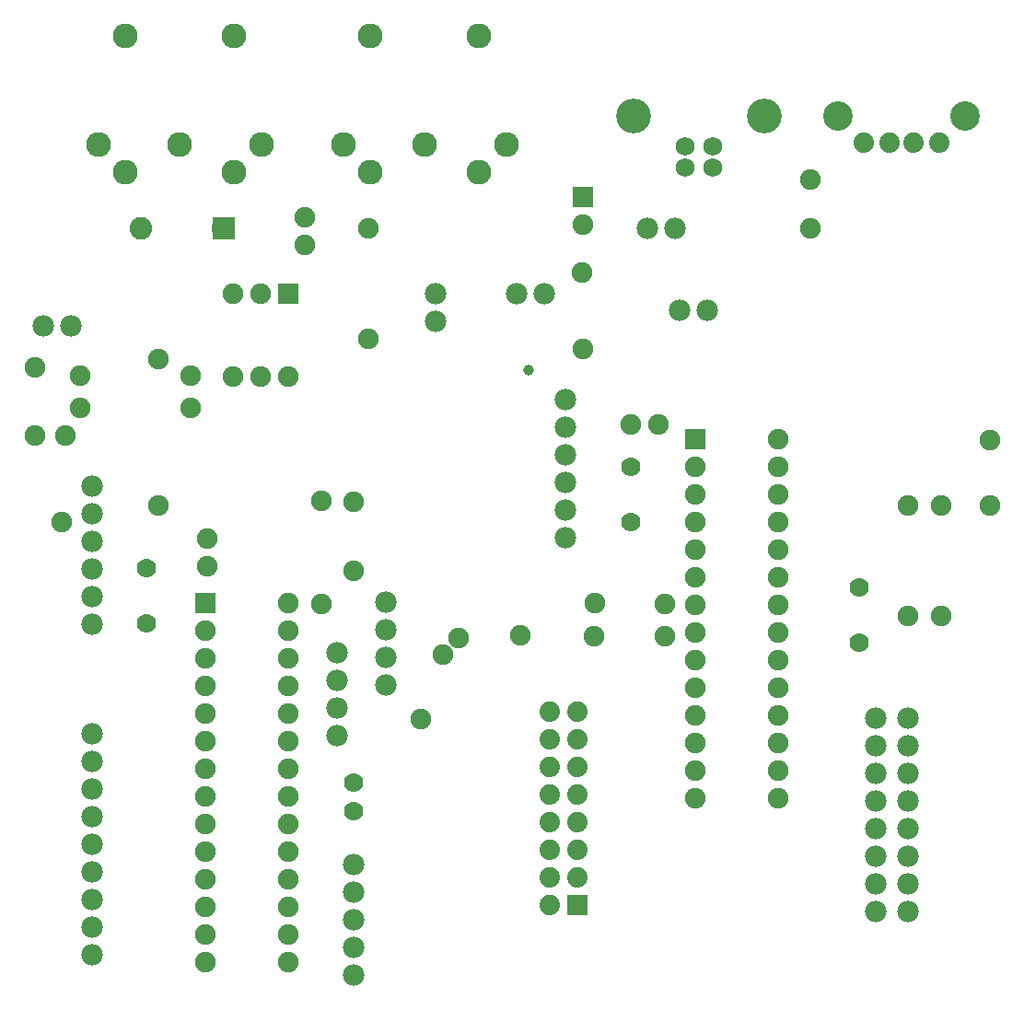
<source format=gtl>
G04 MADE WITH FRITZING*
G04 WWW.FRITZING.ORG*
G04 DOUBLE SIDED*
G04 HOLES PLATED*
G04 CONTOUR ON CENTER OF CONTOUR VECTOR*
%ASAXBY*%
%FSLAX23Y23*%
%MOIN*%
%OFA0B0*%
%SFA1.0B1.0*%
%ADD10C,0.075000*%
%ADD11C,0.078000*%
%ADD12C,0.039370*%
%ADD13C,0.068000*%
%ADD14C,0.126000*%
%ADD15C,0.074000*%
%ADD16C,0.106614*%
%ADD17C,0.082000*%
%ADD18C,0.070000*%
%ADD19C,0.090000*%
%ADD20R,0.075000X0.075000*%
%ADD21R,0.082000X0.082000*%
%ADD22R,0.074000X0.074000*%
%LNCOPPER1*%
G90*
G70*
G54D10*
X2255Y1764D03*
X2509Y1762D03*
X2251Y1644D03*
X2509Y1644D03*
G54D11*
X437Y1290D03*
X437Y1190D03*
X437Y1090D03*
X437Y990D03*
X437Y890D03*
X437Y790D03*
X437Y690D03*
X437Y590D03*
X437Y490D03*
X1382Y817D03*
X1382Y717D03*
X1382Y617D03*
X1382Y517D03*
X1382Y417D03*
G54D10*
X1762Y1638D03*
X1987Y1646D03*
X1264Y1762D03*
X1264Y2134D03*
X1382Y1880D03*
X1382Y2130D03*
G54D11*
X2445Y3120D03*
X2545Y3120D03*
X1323Y1585D03*
X1323Y1485D03*
X1323Y1385D03*
X1323Y1285D03*
G54D10*
X228Y2371D03*
X230Y2619D03*
X2209Y2960D03*
X2211Y2684D03*
G54D12*
X2014Y2606D03*
G54D10*
X3685Y2353D03*
X3685Y2117D03*
X3036Y3298D03*
X3036Y3120D03*
X674Y2117D03*
X674Y2648D03*
X338Y2371D03*
X324Y2057D03*
X1624Y1343D03*
X1706Y1576D03*
G54D13*
X2583Y3341D03*
X2681Y3341D03*
X2681Y3419D03*
X2583Y3419D03*
G54D14*
X2395Y3526D03*
X2869Y3526D03*
G54D15*
X3503Y3432D03*
X3410Y3432D03*
X3321Y3432D03*
X3228Y3432D03*
G54D16*
X3137Y3526D03*
X3594Y3526D03*
G54D15*
X3503Y3432D03*
X3410Y3432D03*
X3321Y3432D03*
X3228Y3432D03*
G54D16*
X3137Y3526D03*
X3594Y3526D03*
G54D11*
X1678Y2884D03*
X1678Y2784D03*
X260Y2766D03*
X360Y2766D03*
G54D10*
X1146Y2884D03*
X1146Y2584D03*
X1046Y2884D03*
X1046Y2584D03*
X946Y2884D03*
X946Y2584D03*
G54D17*
X910Y3120D03*
X612Y3120D03*
G54D11*
X1973Y2884D03*
X2073Y2884D03*
X2563Y2825D03*
X2663Y2825D03*
G54D18*
X1382Y1113D03*
X1382Y1012D03*
X3213Y1821D03*
X3213Y1621D03*
G54D19*
X752Y3424D03*
X458Y3424D03*
X1049Y3424D03*
X949Y3325D03*
X555Y3325D03*
X949Y3817D03*
X555Y3817D03*
X752Y3424D03*
X458Y3424D03*
X1049Y3424D03*
X949Y3325D03*
X555Y3325D03*
X949Y3817D03*
X555Y3817D03*
X1638Y3424D03*
X1344Y3424D03*
X1935Y3424D03*
X1835Y3325D03*
X1441Y3325D03*
X1835Y3817D03*
X1441Y3817D03*
X1638Y3424D03*
X1344Y3424D03*
X1935Y3424D03*
X1835Y3325D03*
X1441Y3325D03*
X1835Y3817D03*
X1441Y3817D03*
G54D10*
X1436Y3120D03*
X1436Y2720D03*
G54D11*
X437Y2187D03*
X437Y2087D03*
X437Y1987D03*
X437Y1887D03*
X437Y1787D03*
X437Y1687D03*
X2150Y2502D03*
X2150Y2402D03*
X2150Y2302D03*
X2150Y2202D03*
X2150Y2102D03*
X2150Y2002D03*
G54D18*
X631Y1691D03*
X631Y1891D03*
X2386Y2057D03*
X2386Y2257D03*
G54D11*
X3390Y649D03*
X3390Y749D03*
X3390Y849D03*
X3390Y949D03*
X3390Y1049D03*
X3390Y1149D03*
X3390Y1249D03*
X3390Y1349D03*
X3272Y649D03*
X3272Y749D03*
X3272Y849D03*
X3272Y949D03*
X3272Y1049D03*
X3272Y1149D03*
X3272Y1249D03*
X3272Y1349D03*
G54D15*
X2091Y672D03*
X2091Y772D03*
X2091Y872D03*
X2091Y972D03*
X2091Y1072D03*
X2091Y1172D03*
X2091Y1272D03*
X2091Y1372D03*
X2191Y672D03*
X2191Y772D03*
X2191Y872D03*
X2191Y972D03*
X2191Y1072D03*
X2191Y1172D03*
X2191Y1272D03*
X2191Y1372D03*
G54D11*
X1500Y1467D03*
X1500Y1567D03*
X1500Y1667D03*
X1500Y1767D03*
G54D10*
X846Y1765D03*
X1146Y1765D03*
X846Y1665D03*
X1146Y1665D03*
X846Y1565D03*
X1146Y1565D03*
X846Y1465D03*
X1146Y1465D03*
X846Y1365D03*
X1146Y1365D03*
X846Y1265D03*
X1146Y1265D03*
X846Y1165D03*
X1146Y1165D03*
X846Y1065D03*
X1146Y1065D03*
X846Y965D03*
X1146Y965D03*
X846Y865D03*
X1146Y865D03*
X846Y765D03*
X1146Y765D03*
X846Y665D03*
X1146Y665D03*
X846Y565D03*
X1146Y565D03*
X846Y465D03*
X1146Y465D03*
X2618Y2357D03*
X2918Y2357D03*
X2618Y2257D03*
X2918Y2257D03*
X2618Y2157D03*
X2918Y2157D03*
X2618Y2057D03*
X2918Y2057D03*
X2618Y1957D03*
X2918Y1957D03*
X2618Y1857D03*
X2918Y1857D03*
X2618Y1757D03*
X2918Y1757D03*
X2618Y1657D03*
X2918Y1657D03*
X2618Y1557D03*
X2918Y1557D03*
X2618Y1457D03*
X2918Y1457D03*
X2618Y1357D03*
X2918Y1357D03*
X2618Y1257D03*
X2918Y1257D03*
X2618Y1157D03*
X2918Y1157D03*
X2618Y1057D03*
X2918Y1057D03*
X3508Y2117D03*
X3508Y1717D03*
X3390Y2117D03*
X3390Y1717D03*
X851Y1998D03*
X851Y1898D03*
X2386Y2412D03*
X2486Y2412D03*
X2213Y3234D03*
X2213Y3134D03*
X792Y2471D03*
X392Y2471D03*
X792Y2589D03*
X392Y2589D03*
X1205Y3061D03*
X1205Y3161D03*
G54D20*
X1146Y2884D03*
G54D21*
X911Y3120D03*
G54D22*
X2191Y672D03*
G54D20*
X846Y1765D03*
X2618Y2357D03*
X2213Y3234D03*
G04 End of Copper1*
M02*
</source>
